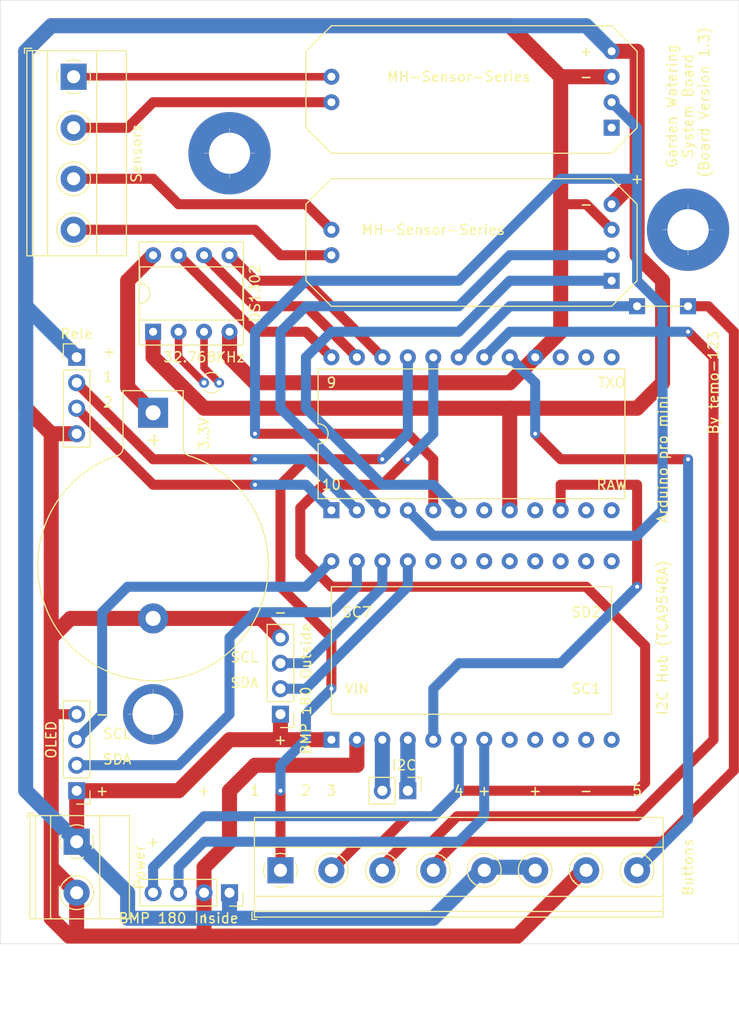
<source format=kicad_pcb>
(kicad_pcb (version 20221018) (generator pcbnew)
  (layers (0 "F.Cu" signal) (31 "B.Cu" signal) (34 "B.Paste" user) (35 "F.Paste" user) (36 "B.SilkS" user "B.Silkscreen") (37 "F.SilkS" user "F.Silkscreen") (38 "B.Mask" user) (39 "F.Mask" user) (44 "Edge.Cuts" user))
  (net 0 "")
  (footprint "" (layer "F.Cu") (at 86.36 76.2)
    (fp_text reference "" (at 0 0) (layer "F.SilkS") (effects (font (size 1.27 1.27))))
    (fp_text value "" (at 0 0) (layer "F.SilkS") (effects (font (size 1.27 1.27))))
    (pad "3" thru_hole oval (at 0 0 90) (size 1.6 1.6) (drill 0.8) (layers "*.Cu" "*.Mask"))
  )
  (footprint "" (layer "F.Cu") (at 66.04 76.2)
    (fp_text reference "" (at 0 0) (layer "F.SilkS") (effects (font (size 1.27 1.27))))
    (fp_text value "" (at 0 0) (layer "F.SilkS") (effects (font (size 1.27 1.27))))
    (pad "3" thru_hole oval (at 0 0 90) (size 1.6 1.6) (drill 0.8) (layers "*.Cu" "*.Mask"))
  )
  (footprint "" (layer "F.Cu") (at 63.5 30.48)
    (fp_text reference "" (at 0 0) (layer "F.SilkS") (effects (font (size 1.27 1.27))))
    (fp_text value "" (at 0 0) (layer "F.SilkS") (effects (font (size 1.27 1.27))))
    (pad "5" thru_hole oval (at 0 0 90) (size 1.6 1.6) (drill 0.8) (layers "*.Cu" "*.Mask"))
  )
  (footprint "" (layer "F.Cu") (at 73.66 76.2)
    (fp_text reference "" (at 0 0) (layer "F.SilkS") (effects (font (size 1.27 1.27))))
    (fp_text value "" (at 0 0) (layer "F.SilkS") (effects (font (size 1.27 1.27))))
    (pad "3" thru_hole oval (at 0 0 90) (size 1.6 1.6) (drill 0.8) (layers "*.Cu" "*.Mask"))
  )
  (footprint "TerminalBlock_Phoenix:TerminalBlock_Phoenix_MKDS-1,5-2-5.08_1x02_P5.08mm_Horizontal" (layer "F.Cu") (at 38.1 104.14 -90)
    (fp_text reference "Power" (at 2.54 -6.26 90) (layer "F.SilkS"))
    (fp_text value "Sensors")
    (pad "1" thru_hole rect (at 0 0 270) (size 2.6 2.6) (drill 1.3) (layers "*.Cu" "*.Mask"))
    (pad "2" thru_hole circle (at 5.08 0 270) (size 2.6 2.6) (drill 1.3) (layers "*.Cu" "*.Mask"))
  )
  (footprint "" (layer "F.Cu") (at 73.66 93.98)
    (fp_text reference "" (at 0 0) (layer "F.SilkS") (effects (font (size 1.27 1.27))))
    (fp_text value "" (at 0 0) (layer "F.SilkS") (effects (font (size 1.27 1.27))))
    (pad "3" thru_hole oval (at 0 0 90) (size 1.6 1.6) (drill 0.8) (layers "*.Cu" "*.Mask"))
  )
  (footprint "Connector_PinHeader_2.54mm:PinHeader_1x04_P2.54mm_Vertical" (layer "F.Cu") (at 38.1 55.88)
    (fp_text reference "Rele" (at 0 -2.33) (layer "F.SilkS"))
    (fp_text value "Rele")
    (pad "1" thru_hole rect (at 0 0) (size 1.7 1.7) (drill 1) (layers "*.Cu" "*.Mask"))
    (pad "2" thru_hole oval (at 0 2.54) (size 1.7 1.7) (drill 1) (layers "*.Cu" "*.Mask"))
    (pad "3" thru_hole oval (at 0 5.08) (size 1.7 1.7) (drill 1) (layers "*.Cu" "*.Mask"))
    (pad "4" thru_hole oval (at 0 7.62) (size 1.7 1.7) (drill 1) (layers "*.Cu" "*.Mask"))
  )
  (footprint "" (layer "F.Cu") (at 83.82 76.2)
    (fp_text reference "" (at 0 0) (layer "F.SilkS") (effects (font (size 1.27 1.27))))
    (fp_text value "" (at 0 0) (layer "F.SilkS") (effects (font (size 1.27 1.27))))
    (pad "3" thru_hole oval (at 0 0 90) (size 1.6 1.6) (drill 0.8) (layers "*.Cu" "*.Mask"))
  )
  (footprint "" (layer "F.Cu") (at 66.04 93.98)
    (fp_text reference "" (at 0 0) (layer "F.SilkS") (effects (font (size 1.27 1.27))))
    (fp_text value "" (at 0 0) (layer "F.SilkS") (effects (font (size 1.27 1.27))))
    (pad "3" thru_hole oval (at 0 0 90) (size 1.6 1.6) (drill 0.8) (layers "*.Cu" "*.Mask"))
  )
  (footprint "" (layer "F.Cu") (at 91.44 33.02)
    (fp_text reference "" (at 0 0) (layer "F.SilkS") (effects (font (size 1.27 1.27))))
    (fp_text value "" (at 0 0) (layer "F.SilkS") (effects (font (size 1.27 1.27))))
    (pad "1" thru_hole rect (at 0 0 90) (size 1.6 1.6) (drill 0.8) (layers "*.Cu" "*.Mask"))
  )
  (footprint "" (layer "F.Cu") (at 63.5 76.2)
    (fp_text reference "" (at 0 0) (layer "F.SilkS") (effects (font (size 1.27 1.27))))
    (fp_text value "" (at 0 0) (layer "F.SilkS") (effects (font (size 1.27 1.27))))
    (pad "3" thru_hole oval (at 0 0 90) (size 1.6 1.6) (drill 0.8) (layers "*.Cu" "*.Mask"))
  )
  (footprint "" (layer "F.Cu") (at 76.2 93.98)
    (fp_text reference "" (at 0 0) (layer "F.SilkS") (effects (font (size 1.27 1.27))))
    (fp_text value "" (at 0 0) (layer "F.SilkS") (effects (font (size 1.27 1.27))))
    (pad "3" thru_hole oval (at 0 0 90) (size 1.6 1.6) (drill 0.8) (layers "*.Cu" "*.Mask"))
  )
  (footprint "" (layer "F.Cu") (at 71.12 76.2)
    (fp_text reference "" (at 0 0) (layer "F.SilkS") (effects (font (size 1.27 1.27))))
    (fp_text value "" (at 0 0) (layer "F.SilkS") (effects (font (size 1.27 1.27))))
    (pad "3" thru_hole oval (at 0 0 90) (size 1.6 1.6) (drill 0.8) (layers "*.Cu" "*.Mask"))
  )
  (footprint "" (layer "F.Cu") (at 76.2 76.2)
    (fp_text reference "" (at 0 0) (layer "F.SilkS") (effects (font (size 1.27 1.27))))
    (fp_text value "" (at 0 0) (layer "F.SilkS") (effects (font (size 1.27 1.27))))
    (pad "3" thru_hole oval (at 0 0 90) (size 1.6 1.6) (drill 0.8) (layers "*.Cu" "*.Mask"))
  )
  (footprint "" (layer "F.Cu") (at 93.98 50.8)
    (fp_text reference "" (at 0 0) (layer "F.SilkS") (effects (font (size 1.27 1.27))))
    (fp_text value "" (at 0 0) (layer "F.SilkS") (effects (font (size 1.27 1.27))))
    (pad "1" thru_hole rect (at 0 0 90) (size 1.6 1.6) (drill 0.8) (layers "*.Cu" "*.Mask"))
  )
  (footprint "" (layer "F.Cu") (at 63.5 45.72)
    (fp_text reference "" (at 0 0) (layer "F.SilkS") (effects (font (size 1.27 1.27))))
    (fp_text value "" (at 0 0) (layer "F.SilkS") (effects (font (size 1.27 1.27))))
    (pad "5" thru_hole oval (at 0 0 90) (size 1.6 1.6) (drill 0.8) (layers "*.Cu" "*.Mask"))
  )
  (footprint "" (layer "F.Cu") (at 91.44 43.18)
    (fp_text reference "" (at 0 0) (layer "F.SilkS") (effects (font (size 1.27 1.27))))
    (fp_text value "" (at 0 0) (layer "F.SilkS") (effects (font (size 1.27 1.27))))
    (pad "3" thru_hole oval (at 0 0 90) (size 1.6 1.6) (drill 0.8) (layers "*.Cu" "*.Mask"))
  )
  (footprint "" (layer "F.Cu") (at 68.58 93.98)
    (fp_text reference "" (at 0 0) (layer "F.SilkS") (effects (font (size 1.27 1.27))))
    (fp_text value "" (at 0 0) (layer "F.SilkS") (effects (font (size 1.27 1.27))))
    (pad "3" thru_hole oval (at 0 0 90) (size 1.6 1.6) (drill 0.8) (layers "*.Cu" "*.Mask"))
  )
  (footprint "TerminalBlock_Phoenix:TerminalBlock_Phoenix_MKDS-1,5-4-5.08_1x04_P5.08mm_Horizontal" (layer "F.Cu") (at 37.795 27.94 -90)
    (fp_text reference "Sensors" (at 7.62 -6.26 90) (layer "F.SilkS"))
    (fp_text value "Sensors")
    (pad "1" thru_hole rect (at 0 0 270) (size 2.6 2.6) (drill 1.3) (layers "*.Cu" "*.Mask"))
    (pad "2" thru_hole circle (at 5.08 0 270) (size 2.6 2.6) (drill 1.3) (layers "*.Cu" "*.Mask"))
    (pad "3" thru_hole circle (at 10.16 0 270) (size 2.6 2.6) (drill 1.3) (layers "*.Cu" "*.Mask"))
    (pad "4" thru_hole circle (at 15.24 0 270) (size 2.6 2.6) (drill 1.3) (layers "*.Cu" "*.Mask"))
  )
  (footprint "" (layer "F.Cu") (at 91.44 45.72)
    (fp_text reference "" (at 0 0) (layer "F.SilkS") (effects (font (size 1.27 1.27))))
    (fp_text value "" (at 0 0) (layer "F.SilkS") (effects (font (size 1.27 1.27))))
    (pad "2" thru_hole oval (at 0 0 90) (size 1.6 1.6) (drill 0.8) (layers "*.Cu" "*.Mask"))
  )
  (footprint "" (layer "F.Cu") (at 91.44 27.94)
    (fp_text reference "" (at 0 0) (layer "F.SilkS") (effects (font (size 1.27 1.27))))
    (fp_text value "" (at 0 0) (layer "F.SilkS") (effects (font (size 1.27 1.27))))
    (pad "3" thru_hole oval (at 0 0 90) (size 1.6 1.6) (drill 0.8) (layers "*.Cu" "*.Mask"))
  )
  (footprint "" (layer "F.Cu") (at 71.12 93.98)
    (fp_text reference "" (at 0 0) (layer "F.SilkS") (effects (font (size 1.27 1.27))))
    (fp_text value "" (at 0 0) (layer "F.SilkS") (effects (font (size 1.27 1.27))))
    (pad "3" thru_hole oval (at 0 0 90) (size 1.6 1.6) (drill 0.8) (layers "*.Cu" "*.Mask"))
  )
  (footprint "" (layer "F.Cu") (at 63.5 93.98)
    (fp_text reference "" (at 0 0) (layer "F.SilkS") (effects (font (size 1.27 1.27))))
    (fp_text value "" (at 0 0) (layer "F.SilkS") (effects (font (size 1.27 1.27))))
    (pad "1" thru_hole rect (at 0 0 90) (size 1.6 1.6) (drill 0.8) (layers "*.Cu" "*.Mask"))
  )
  (footprint "" (layer "F.Cu") (at 88.9 76.2)
    (fp_text reference "" (at 0 0) (layer "F.SilkS") (effects (font (size 1.27 1.27))))
    (fp_text value "" (at 0 0) (layer "F.SilkS") (effects (font (size 1.27 1.27))))
    (pad "3" thru_hole oval (at 0 0 90) (size 1.6 1.6) (drill 0.8) (layers "*.Cu" "*.Mask"))
  )
  (footprint "" (layer "F.Cu") (at 91.44 76.2)
    (fp_text reference "" (at 0 0) (layer "F.SilkS") (effects (font (size 1.27 1.27))))
    (fp_text value "" (at 0 0) (layer "F.SilkS") (effects (font (size 1.27 1.27))))
    (pad "3" thru_hole oval (at 0 0 90) (size 1.6 1.6) (drill 0.8) (layers "*.Cu" "*.Mask"))
  )
  (footprint "Connector_PinSocket_2.54mm:PinSocket_1x04_P2.54mm_Vertical" (layer "F.Cu") (at 53.34 109.22 -90)
    (fp_text reference "BMP 180 Inside" (at 2.54 5.08 180) (layer "F.SilkS"))
    (fp_text value "PinSocket_1x04_P2.54mm_Vertical")
    (pad "1" thru_hole rect (at 0 0 270) (size 1.7 1.7) (drill 1) (layers "*.Cu" "*.Mask"))
    (pad "2" thru_hole oval (at 0 2.54 270) (size 1.7 1.7) (drill 1) (layers "*.Cu" "*.Mask"))
    (pad "3" thru_hole oval (at 0 5.08 270) (size 1.7 1.7) (drill 1) (layers "*.Cu" "*.Mask"))
    (pad "4" thru_hole oval (at 0 7.62 270) (size 1.7 1.7) (drill 1) (layers "*.Cu" "*.Mask"))
  )
  (footprint "Connector_PinHeader_2.54mm:PinHeader_1x04_P2.54mm_Vertical" (layer "F.Cu") (at 58.42 91.44 180)
    (fp_text reference "BMP 180 Outside" (at -2.54 2.54 90) (layer "F.SilkS"))
    (fp_text value "Outside termo sensor")
    (pad "1" thru_hole rect (at 0 0 180) (size 1.7 1.7) (drill 1) (layers "*.Cu" "*.Mask"))
    (pad "2" thru_hole oval (at 0 2.54 180) (size 1.7 1.7) (drill 1) (layers "*.Cu" "*.Mask"))
    (pad "3" thru_hole oval (at 0 5.08 180) (size 1.7 1.7) (drill 1) (layers "*.Cu" "*.Mask"))
    (pad "4" thru_hole oval (at 0 7.62 180) (size 1.7 1.7) (drill 1) (layers "*.Cu" "*.Mask"))
  )
  (footprint "" (layer "F.Cu") (at 81.28 76.2)
    (fp_text reference "" (at 0 0) (layer "F.SilkS") (effects (font (size 1.27 1.27))))
    (fp_text value "" (at 0 0) (layer "F.SilkS") (effects (font (size 1.27 1.27))))
    (pad "3" thru_hole oval (at 0 0 90) (size 1.6 1.6) (drill 0.8) (layers "*.Cu" "*.Mask"))
  )
  (footprint "Package_DIP:DIP-24_W15.24mm" (layer "F.Cu") (at 63.5 71.125 90)
    (fp_text reference "Arduino pro mini" (at 5.08 33.02 90) (layer "F.SilkS"))
    (fp_text value "Arduino mini")
    (pad "1" thru_hole rect (at 0 0 90) (size 1.6 1.6) (drill 0.8) (layers "*.Cu" "*.Mask"))
    (pad "2" thru_hole oval (at 0 2.54 90) (size 1.6 1.6) (drill 0.8) (layers "*.Cu" "*.Mask"))
    (pad "3" thru_hole oval (at 0 5.08 90) (size 1.6 1.6) (drill 0.8) (layers "*.Cu" "*.Mask"))
    (pad "4" thru_hole oval (at 0 7.62 90) (size 1.6 1.6) (drill 0.8) (layers "*.Cu" "*.Mask"))
    (pad "5" thru_hole oval (at 0 10.16 90) (size 1.6 1.6) (drill 0.8) (layers "*.Cu" "*.Mask"))
    (pad "6" thru_hole oval (at 0 12.7 90) (size 1.6 1.6) (drill 0.8) (layers "*.Cu" "*.Mask"))
    (pad "7" thru_hole oval (at 0 15.24 90) (size 1.6 1.6) (drill 0.8) (layers "*.Cu" "*.Mask"))
    (pad "8" thru_hole oval (at 0 17.78 90) (size 1.6 1.6) (drill 0.8) (layers "*.Cu" "*.Mask"))
    (pad "9" thru_hole oval (at 0 20.32 90) (size 1.6 1.6) (drill 0.8) (layers "*.Cu" "*.Mask"))
    (pad "10" thru_hole oval (at 0 22.86 90) (size 1.6 1.6) (drill 0.8) (layers "*.Cu" "*.Mask"))
    (pad "11" thru_hole oval (at 0 25.4 90) (size 1.6 1.6) (drill 0.8) (layers "*.Cu" "*.Mask"))
    (pad "12" thru_hole oval (at 0 27.94 90) (size 1.6 1.6) (drill 0.8) (layers "*.Cu" "*.Mask"))
    (pad "13" thru_hole oval (at 15.24 27.94 90) (size 1.6 1.6) (drill 0.8) (layers "*.Cu" "*.Mask"))
    (pad "14" thru_hole oval (at 15.24 25.4 90) (size 1.6 1.6) (drill 0.8) (layers "*.Cu" "*.Mask"))
    (pad "15" thru_hole oval (at 15.24 22.86 90) (size 1.6 1.6) (drill 0.8) (layers "*.Cu" "*.Mask"))
    (pad "16" thru_hole oval (at 15.24 20.32 90) (size 1.6 1.6) (drill 0.8) (layers "*.Cu" "*.Mask"))
    (pad "17" thru_hole oval (at 15.24 17.78 90) (size 1.6 1.6) (drill 0.8) (layers "*.Cu" "*.Mask"))
    (pad "18" thru_hole oval (at 15.24 15.24 90) (size 1.6 1.6) (drill 0.8) (layers "*.Cu" "*.Mask"))
    (pad "19" thru_hole oval (at 15.24 12.7 90) (size 1.6 1.6) (drill 0.8) (layers "*.Cu" "*.Mask"))
    (pad "20" thru_hole oval (at 15.24 10.16 90) (size 1.6 1.6) (drill 0.8) (layers "*.Cu" "*.Mask"))
    (pad "21" thru_hole oval (at 15.24 7.62 90) (size 1.6 1.6) (drill 0.8) (layers "*.Cu" "*.Mask"))
    (pad "22" thru_hole oval (at 15.24 5.08 90) (size 1.6 1.6) (drill 0.8) (layers "*.Cu" "*.Mask"))
    (pad "23" thru_hole oval (at 15.24 2.54 90) (size 1.6 1.6) (drill 0.8) (layers "*.Cu" "*.Mask"))
    (pad "24" thru_hole oval (at 15.24 0 90) (size 1.6 1.6) (drill 0.8) (layers "*.Cu" "*.Mask"))
  )
  (footprint "TerminalBlock_Phoenix:TerminalBlock_Phoenix_MKDS-1,5-8-5.08_1x08_P5.08mm_Horizontal" (layer "F.Cu") (at 58.42 106.985)
    (fp_text reference "Buttons" (at 40.64 -0.305 90) (layer "F.SilkS"))
    (fp_text value "Buttons")
    (pad "1" thru_hole rect (at 0 0) (size 2.6 2.6) (drill 1.3) (layers "*.Cu" "*.Mask"))
    (pad "2" thru_hole circle (at 5.08 0) (size 2.6 2.6) (drill 1.3) (layers "*.Cu" "*.Mask"))
    (pad "3" thru_hole circle (at 10.16 0) (size 2.6 2.6) (drill 1.3) (layers "*.Cu" "*.Mask"))
    (pad "4" thru_hole circle (at 15.24 0) (size 2.6 2.6) (drill 1.3) (layers "*.Cu" "*.Mask"))
    (pad "5" thru_hole circle (at 20.32 0) (size 2.6 2.6) (drill 1.3) (layers "*.Cu" "*.Mask"))
    (pad "6" thru_hole circle (at 25.4 0) (size 2.6 2.6) (drill 1.3) (layers "*.Cu" "*.Mask"))
    (pad "7" thru_hole circle (at 30.48 0) (size 2.6 2.6) (drill 1.3) (layers "*.Cu" "*.Mask"))
    (pad "8" thru_hole circle (at 35.56 0) (size 2.6 2.6) (drill 1.3) (layers "*.Cu" "*.Mask"))
  )
  (footprint "" (layer "F.Cu") (at 78.74 76.2)
    (fp_text reference "" (at 0 0) (layer "F.SilkS") (effects (font (size 1.27 1.27))))
    (fp_text value "" (at 0 0) (layer "F.SilkS") (effects (font (size 1.27 1.27))))
    (pad "3" thru_hole oval (at 0 0 90) (size 1.6 1.6) (drill 0.8) (layers "*.Cu" "*.Mask"))
  )
  (footprint "" (layer "F.Cu") (at 78.74 93.98)
    (fp_text reference "" (at 0 0) (layer "F.SilkS") (effects (font (size 1.27 1.27))))
    (fp_text value "" (at 0 0) (layer "F.SilkS") (effects (font (size 1.27 1.27))))
    (pad "3" thru_hole oval (at 0 0 90) (size 1.6 1.6) (drill 0.8) (layers "*.Cu" "*.Mask"))
  )
  (footprint "Crystal:Crystal_DS10_D1.0mm_L4.3mm_Vertical" (layer "F.Cu") (at 50.8 58.42)
    (fp_text reference "32.768KHz" (at 0 -2.54 180) (layer "F.SilkS"))
    (fp_text value " ")
    (pad "1" thru_hole circle (at 0 0) (size 1 1) (drill 0.5) (layers "*.Cu" "*.Mask"))
    (pad "2" thru_hole circle (at 1.5 0) (size 1 1) (drill 0.5) (layers "*.Cu" "*.Mask"))
  )
  (footprint "" (layer "F.Cu") (at 81.28 93.98)
    (fp_text reference "" (at 0 0) (layer "F.SilkS") (effects (font (size 1.27 1.27))))
    (fp_text value "" (at 0 0) (layer "F.SilkS") (effects (font (size 1.27 1.27))))
    (pad "3" thru_hole oval (at 0 0 90) (size 1.6 1.6) (drill 0.8) (layers "*.Cu" "*.Mask"))
  )
  (footprint "Connector_PinHeader_2.54mm:PinHeader_1x02_P2.54mm_Vertical" (layer "F.Cu") (at 71.12 99.06 -90)
    (fp_text reference "I2C " (at -2.54 0 180) (layer "F.SilkS"))
    (fp_text value "I2C")
    (pad "1" thru_hole rect (at 0 0 270) (size 1.7 1.7) (drill 1) (layers "*.Cu" "*.Mask"))
    (pad "2" thru_hole oval (at 0 2.54 270) (size 1.7 1.7) (drill 1) (layers "*.Cu" "*.Mask"))
  )
  (footprint "" (layer "F.Cu") (at 63.5 27.94)
    (fp_text reference "" (at 0 0) (layer "F.SilkS") (effects (font (size 1.27 1.27))))
    (fp_text value "" (at 0 0) (layer "F.SilkS") (effects (font (size 1.27 1.27))))
    (pad "6" thru_hole oval (at 0 0 90) (size 1.6 1.6) (drill 0.8) (layers "*.Cu" "*.Mask"))
  )
  (footprint "" (layer "F.Cu") (at 68.58 76.2)
    (fp_text reference "" (at 0 0) (layer "F.SilkS") (effects (font (size 1.27 1.27))))
    (fp_text value "" (at 0 0) (layer "F.SilkS") (effects (font (size 1.27 1.27))))
    (pad "3" thru_hole oval (at 0 0 90) (size 1.6 1.6) (drill 0.8) (layers "*.Cu" "*.Mask"))
  )
  (footprint "" (layer "F.Cu") (at 88.9 93.98)
    (fp_text reference "" (at 0 0) (layer "F.SilkS") (effects (font (size 1.27 1.27))))
    (fp_text value "" (at 0 0) (layer "F.SilkS") (effects (font (size 1.27 1.27))))
    (pad "3" thru_hole oval (at 0 0 90) (size 1.6 1.6) (drill 0.8) (layers "*.Cu" "*.Mask"))
  )
  (footprint "Battery:BatteryHolder_Keystone_103_1x20mm" (layer "F.Cu") (at 45.72 61.407584 -90)
    (fp_text reference "3.3V" (at 2.092416 -5.08 90) (layer "F.SilkS"))
    (fp_text value "3.3v (CR2025)")
    (fp_text user "+" (at 2.75 0 90) (layer "F.SilkS") (effects (font (size 1.5 1.5))))
    (pad "1" thru_hole rect (at 0 0 270) (size 3 3) (drill 1.5) (layers "*.Cu" "*.Mask"))
    (pad "2" thru_hole circle (at 20.49 0 270) (size 3 3) (drill 1.5) (layers "*.Cu" "*.Mask"))
  )
  (footprint "Connector_PinHeader_2.54mm:PinHeader_1x04_P2.54mm_Vertical" (layer "F.Cu") (at 38.1 99.06 180)
    (fp_text reference "OLED" (at 2.54 5.08 90) (layer "F.SilkS"))
    (fp_text value "oled")
    (pad "1" thru_hole rect (at 0 0 180) (size 1.7 1.7) (drill 1) (layers "*.Cu" "*.Mask"))
    (pad "2" thru_hole oval (at 0 2.54 180) (size 1.7 1.7) (drill 1) (layers "*.Cu" "*.Mask"))
    (pad "3" thru_hole oval (at 0 5.08 180) (size 1.7 1.7) (drill 1) (layers "*.Cu" "*.Mask"))
    (pad "4" thru_hole oval (at 0 7.62 180) (size 1.7 1.7) (drill 1) (layers "*.Cu" "*.Mask"))
  )
  (footprint "" (layer "F.Cu") (at 91.44 25.4)
    (fp_text reference "" (at 0 0) (layer "F.SilkS") (effects (font (size 1.27 1.27))))
    (fp_text value "" (at 0 0) (layer "F.SilkS") (effects (font (size 1.27 1.27))))
    (pad "4" thru_hole oval (at 0 0 90) (size 1.6 1.6) (drill 0.8) (layers "*.Cu" "*.Mask"))
  )
  (footprint "" (layer "F.Cu") (at 86.36 93.98)
    (fp_text reference "" (at 0 0) (layer "F.SilkS") (effects (font (size 1.27 1.27))))
    (fp_text value "" (at 0 0) (layer "F.SilkS") (effects (font (size 1.27 1.27))))
    (pad "3" thru_hole oval (at 0 0 90) (size 1.6 1.6) (drill 0.8) (layers "*.Cu" "*.Mask"))
  )
  (footprint "Package_DIP:DIP-8_W7.62mm_Socket" (layer "F.Cu") (at 45.72 53.34 90)
    (fp_text reference "DS1302" (at 3.81 10.16 90) (layer "F.SilkS"))
    (fp_text value "Socket for DS1302")
    (pad "1" thru_hole rect (at 0 0 90) (size 1.6 1.6) (drill 0.8) (layers "*.Cu" "*.Mask"))
    (pad "2" thru_hole oval (at 0 2.54 90) (size 1.6 1.6) (drill 0.8) (layers "*.Cu" "*.Mask"))
    (pad "3" thru_hole oval (at 0 5.08 90) (size 1.6 1.6) (drill 0.8) (layers "*.Cu" "*.Mask"))
    (pad "4" thru_hole oval (at 0 7.62 90) (size 1.6 1.6) (drill 0.8) (layers "*.Cu" "*.Mask"))
    (pad "5" thru_hole oval (at 7.62 7.62 90) (size 1.6 1.6) (drill 0.8) (layers "*.Cu" "*.Mask"))
    (pad "6" thru_hole oval (at 7.62 5.08 90) (size 1.6 1.6) (drill 0.8) (layers "*.Cu" "*.Mask"))
    (pad "7" thru_hole oval (at 7.62 2.54 90) (size 1.6 1.6) (drill 0.8) (layers "*.Cu" "*.Mask"))
    (pad "8" thru_hole oval (at 7.62 0 90) (size 1.6 1.6) (drill 0.8) (layers "*.Cu" "*.Mask"))
  )
  (footprint "" (layer "F.Cu") (at 83.82 93.98)
    (fp_text reference "" (at 0 0) (layer "F.SilkS") (effects (font (size 1.27 1.27))))
    (fp_text value "" (at 0 0) (layer "F.SilkS") (effects (font (size 1.27 1.27))))
    (pad "3" thru_hole oval (at 0 0 90) (size 1.6 1.6) (drill 0.8) (layers "*.Cu" "*.Mask"))
  )
  (footprint "" (layer "F.Cu") (at 91.44 93.98)
    (fp_text reference "" (at 0 0) (layer "F.SilkS") (effects (font (size 1.27 1.27))))
    (fp_text value "" (at 0 0) (layer "F.SilkS") (effects (font (size 1.27 1.27))))
    (pad "3" thru_hole oval (at 0 0 90) (size 1.6 1.6) (drill 0.8) (layers "*.Cu" "*.Mask"))
  )
  (footprint "" (layer "F.Cu") (at 91.44 30.48)
    (fp_text reference "" (at 0 0) (layer "F.SilkS") (effects (font (size 1.27 1.27))))
    (fp_text value "" (at 0 0) (layer "F.SilkS") (effects (font (size 1.27 1.27))))
    (pad "2" thru_hole oval (at 0 0 90) (size 1.6 1.6) (drill 0.8) (layers "*.Cu" "*.Mask"))
  )
  (footprint "" (layer "F.Cu") (at 99.06 50.8)
    (fp_text reference "" (at 0 0) (layer "F.SilkS") (effects (font (size 1.27 1.27))))
    (fp_text value "" (at 0 0) (layer "F.SilkS") (effects (font (size 1.27 1.27))))
    (pad "1" thru_hole rect (at 0 0 90) (size 1.6 1.6) (drill 0.8) (layers "*.Cu" "*.Mask"))
  )
  (footprint "" (layer "F.Cu") (at 63.5 43.18)
    (fp_text reference "" (at 0 0) (layer "F.SilkS") (effects (font (size 1.27 1.27))))
    (fp_text value "" (at 0 0) (layer "F.SilkS") (effects (font (size 1.27 1.27))))
    (pad "6" thru_hole oval (at 0 0 90) (size 1.6 1.6) (drill 0.8) (layers "*.Cu" "*.Mask"))
  )
  (footprint "" (layer "F.Cu") (at 91.44 48.26)
    (fp_text reference "" (at 0 0) (layer "F.SilkS") (effects (font (size 1.27 1.27))))
    (fp_text value "" (at 0 0) (layer "F.SilkS") (effects (font (size 1.27 1.27))))
    (pad "1" thru_hole rect (at 0 0 90) (size 1.6 1.6) (drill 0.8) (layers "*.Cu" "*.Mask"))
  )
  (footprint "" (layer "F.Cu") (at 91.44 40.64)
    (fp_text reference "" (at 0 0) (layer "F.SilkS") (effects (font (size 1.27 1.27))))
    (fp_text value "" (at 0 0) (layer "F.SilkS") (effects (font (size 1.27 1.27))))
    (pad "4" thru_hole oval (at 0 0 90) (size 1.6 1.6) (drill 0.8) (layers "*.Cu" "*.Mask"))
  )
  (gr_circle (center 43.18 53.34) (end 43.18 53.34) (stroke (width 0.2)) (fill none) (layer "F.Cu"))
  (gr_line (start 93.98 50.8) (end 99.06 50.8) (stroke (width 0.12)) (layer "F.SilkS"))
  (gr_line (start 91.44 38.1) (end 93.98 40.64) (stroke (width 0.12)) (layer "F.SilkS"))
  (gr_line (start 91.44 50.8) (end 63.5 50.8) (stroke (width 0.12)) (layer "F.SilkS"))
  (gr_line (start 91.44 22.86) (end 63.5 22.86) (stroke (width 0.12)) (layer "F.SilkS"))
  (gr_line (start 60.96 33.02) (end 63.5 35.56) (stroke (width 0.12)) (layer "F.SilkS"))
  (gr_line (start 93.98 40.64) (end 93.98 48.26) (stroke (width 0.12)) (layer "F.SilkS"))
  (gr_line (start 93.98 25.4) (end 91.44 22.86) (stroke (width 0.12)) (layer "F.SilkS"))
  (gr_line (start 93.98 48.26) (end 91.44 50.8) (stroke (width 0.12)) (layer "F.SilkS"))
  (gr_line (start 63.5 50.8) (end 60.96 48.26) (stroke (width 0.12)) (layer "F.SilkS"))
  (gr_line (start 60.96 48.26) (end 60.96 40.64) (stroke (width 0.12)) (layer "F.SilkS"))
  (gr_line (start 63.5 38.1) (end 91.44 38.1) (stroke (width 0.12)) (layer "F.SilkS"))
  (gr_line (start 91.44 35.56) (end 93.98 33.02) (stroke (width 0.12)) (layer "F.SilkS"))
  (gr_line (start 93.98 33.02) (end 93.98 25.4) (stroke (width 0.12)) (layer "F.SilkS"))
  (gr_rect (start 63.5 78.74) (end 91.44 91.44) (stroke (width 0.12)) (fill none) (layer "F.SilkS"))
  (gr_line (start 63.5 35.56) (end 91.44 35.56) (stroke (width 0.12)) (layer "F.SilkS"))
  (gr_line (start 60.96 40.64) (end 63.5 38.1) (stroke (width 0.12)) (layer "F.SilkS"))
  (gr_line (start 60.96 25.4) (end 60.96 33.02) (stroke (width 0.12)) (layer "F.SilkS"))
  (gr_line (start 63.5 22.86) (end 60.96 25.4) (stroke (width 0.12)) (layer "F.SilkS"))
  (gr_line (start 104.14 20.32) (end 104.14 114.3) (stroke (width 0.05)) (layer "Edge.Cuts"))
  (gr_line (start 104.14 114.3) (end 30.48 114.3) (stroke (width 0.05)) (layer "Edge.Cuts"))
  (gr_line (start 30.48 114.3) (end 30.48 20.32) (stroke (width 0.05)) (layer "Edge.Cuts"))
  (gr_line (start 30.48 20.32) (end 104.14 20.32) (stroke (width 0.05)) (layer "Edge.Cuts"))
  (gr_text "-" (at 88.9 99.06) (layer "F.SilkS") (effects (font (size 1 1))))
  (gr_text "4" (at 76.2 99.06) (layer "F.SilkS") (effects (font (size 1 1))))
  (gr_text "+" (at 50.8 99.06) (layer "F.SilkS") (effects (font (size 1 1))))
  (gr_text "1\n" (at 40.64 58.42) (layer "F.SilkS") (effects (font (size 1 1)) (justify left bottom)))
  (gr_text "+" (at 58.42 93.98) (layer "F.SilkS") (effects (font (size 1 1))))
  (gr_text "+" (at 83.82 99.06) (layer "F.SilkS") (effects (font (size 1 1))))
  (gr_text "SDA" (at 53.34 88.9) (layer "F.SilkS") (effects (font (size 1 1)) (justify left bottom)))
  (gr_text "MH-Sensor-Series" (at 76.2 27.94) (layer "F.SilkS") (effects (font (size 1 1))))
  (gr_text "+" (at 93.98 38.1) (layer "F.SilkS") (effects (font (size 1 1))))
  (gr_text "1" (at 55.88 99.06) (layer "F.SilkS") (effects (font (size 1 1))))
  (gr_text "-" (at 40.64 63.5) (layer "F.SilkS") (effects (font (size 1 1)) (justify left bottom)))
  (gr_text "-" (at 45.72 109.22 90) (layer "F.SilkS") (effects (font (size 1 1))))
  (gr_text "5" (at 93.98 99.06) (layer "F.SilkS") (effects (font (size 1 1))))
  (gr_text "SDA" (at 40.64 96.52) (layer "F.SilkS") (effects (font (size 1 1)) (justify left bottom)))
  (gr_text "I2C Hub (TCA9548A)" (at 96.52 83.82 90) (layer "F.SilkS") (effects (font (size 1 1))))
  (gr_text "-" (at 88.9 27.94) (layer "F.SilkS") (effects (font (size 1 1))))
  (gr_text "-" (at 88.9 40.64) (layer "F.SilkS") (effects (font (size 1 1))))
  (gr_text "2" (at 60.96 99.06) (layer "F.SilkS") (effects (font (size 1 1))))
  (gr_text "+" (at 40.64 55.88) (layer "F.SilkS") (effects (font (size 1 1)) (justify left bottom)))
  (gr_text "-" (at 40.64 91.44) (layer "F.SilkS") (effects (font (size 1 1))))
  (gr_text "2\n" (at 40.64 60.96) (layer "F.SilkS") (effects (font (size 1 1)) (justify left bottom)))
  (gr_text "Garden Watering \nSystem Board \n(Board Version 1.3)" (at 99.06 30.48 90) (layer "F.SilkS") (effects (font (size 1 1))))
  (gr_text "9" (at 63.5 58.42) (layer "F.SilkS") (effects (font (size 1 1))))
  (gr_text "SC7" (at 66.04 81.28) (layer "F.SilkS") (effects (font (size 1 1))))
  (gr_text "SCL" (at 40.64 93.98) (layer "F.SilkS") (effects (font (size 1 1)) (justify left bottom)))
  (gr_text "+" (at 40.64 99.06) (layer "F.SilkS") (effects (font (size 1 1))))
  (gr_text "SCL\n" (at 53.34 86.36) (layer "F.SilkS") (effects (font (size 1 1)) (justify left bottom)))
  (gr_text "RAW\n" (at 91.44 68.58) (layer "F.SilkS") (effects (font (size 1 1))))
  (gr_text "SD2" (at 88.9 81.28) (layer "F.SilkS") (effects (font (size 1 1))))
  (gr_text "10" (at 63.5 68.58) (layer "F.SilkS") (effects (font (size 1 1))))
  (gr_text "3" (at 63.5 99.06) (layer "F.SilkS") (effects (font (size 1 1))))
  (gr_text "-" (at 58.42 81.28) (layer "F.SilkS") (effects (font (size 1 1))))
  (gr_text "+" (at 45.72 104.14) (layer "F.SilkS") (effects (font (size 1 1))))
  (gr_text "+" (at 88.9 25.4) (layer "F.SilkS") (effects (font (size 1 1))))
  (gr_text "+" (at 78.74 99.06) (layer "F.SilkS") (effects (font (size 1 1))))
  (gr_text "TXO" (at 91.44 58.42) (layer "F.SilkS") (effects (font (size 1 1))))
  (gr_text "SC1\n" (at 88.9 88.9) (layer "F.SilkS") (effects (font (size 1 1))))
  (gr_text "By temo-123" (at 101.6 58.42 90) (layer "F.SilkS") (effects (font (size 1 1))))
  (gr_text "VIN" (at 66.04 88.9) (layer "F.SilkS") (effects (font (size 1 1))))
  (gr_text "-" (at 50.8 111.76 90) (layer "F.SilkS") (effects (font (size 1 1))))
  (gr_text "MH-Sensor-Series" (at 73.66 43.18) (layer "F.SilkS") (effects (font (size 1 1))))
  (target plus (at 53.34 35.56) (size 5) (width 0.05) (layer "Edge.Cuts"))
  (target plus (at 99.06 43.18) (size 5) (width 0.05) (layer "Edge.Cuts"))
  (target plus (at 45.72 91.44) (size 5) (width 0.05) (layer "Edge.Cuts"))
  (segment (start 66.345 104.14) (end 63.5 106.985) (width 1) (layer "F.Cu") (net 0))
  (segment (start 35.56 83.82) (end 35.56 91.44) (width 1.5) (layer "F.Cu") (net 0))
  (segment (start 93.98 38.1) (end 93.98 45.72) (width 1.5) (layer "F.Cu") (net 0))
  (segment (start 53.34 104.14) (end 53.34 99.06) (width 1.5) (layer "F.Cu") (net 0))
  (segment (start 68.58 68.58) (end 62.70804 68.58) (width 1) (layer "F.Cu") (net 0))
  (segment (start 55.88 48.26) (end 60.96 48.26) (width 1) (layer "F.Cu") (net 0))
  (segment (start 48.26 40.64) (end 60.96 40.64) (width 1) (layer "F.Cu") (net 0))
  (segment (start 73.42 106.68) (end 75.96 104.14) (width 1) (layer "F.Cu") (net 0))
  (segment (start 88.9 40.64) (end 86.36 40.64) (width 1) (layer "F.Cu") (net 0))
  (segment (start 43.18 48.26) (end 45.72 45.72) (width 1.5) (layer "F.Cu") (net 0))
  (segment (start 50.8 109.22) (end 50.8 106.68) (width 1.5) (layer "F.Cu") (net 0))
  (segment (start 103.63 53.34) (end 101.09 50.8) (width 1) (layer "F.Cu") (net 0))
  (segment (start 55.88 68.58) (end 45.72 68.58) (width 1) (layer "F.Cu") (net 0))
  (segment (start 91.44 40.64) (end 93.98 38.1) (width 1.5) (layer "F.Cu") (net 0))
  (segment (start 73.5 104.14) (end 76.04 101.6) (width 1) (layer "F.Cu") (net 0))
  (segment (start 96.52 104.14) (end 103.63 97.03) (width 1) (layer "F.Cu") (net 0))
  (segment (start 86.36 53.34) (end 86.36 40.64) (width 1.5) (layer "F.Cu") (net 0))
  (segment (start 82.04 113.54) (end 86.36 109.22) (width 1.5) (layer "F.Cu") (net 0))
  (segment (start 63.5 30.48) (end 45.72 30.48) (width 1) (layer "F.Cu") (net 0))
  (segment (start 60.96 48.26) (end 68.58 55.88) (width 1) (layer "F.Cu") (net 0))
  (segment (start 48.26 99.06) (end 53.34 93.98) (width 1.5) (layer "F.Cu") (net 0))
  (segment (start 45.72 81.897584) (end 37.482416 81.897584) (width 1.5) (layer "F.Cu") (net 0))
  (segment (start 43.18 33.02) (end 37.795 33.02) (width 1) (layer "F.Cu") (net 0))
  (segment (start 93.98 68.58) (end 86.36 68.58) (width 1) (layer "F.Cu") (net 0))
  (segment (start 81.28 60.96) (end 50.8 60.96) (width 1.5) (layer "F.Cu") (net 0))
  (segment (start 60.4 70.88804) (end 60.4 75.64) (width 1) (layer "F.Cu") (net 0))
  (segment (start 60.4 75.64) (end 63.5 78.74) (width 1) (layer "F.Cu") (net 0))
  (segment (start 81.28 22.86) (end 83.82 25.4) (width 1.5) (layer "F.Cu") (net 0))
  (segment (start 35.56 106.68) (end 38.1 109.22) (width 1.5) (layer "F.Cu") (net 0))
  (segment (start 50.8 113.54) (end 38.1 113.54) (width 1.5) (layer "F.Cu") (net 0))
  (segment (start 93.98 45.72) (end 96.52 48.26) (width 1.5) (layer "F.Cu") (net 0))
  (segment (start 81.28 60.96) (end 81.28 71.125) (width 1.5) (layer "F.Cu") (net 0))
  (segment (start 58.42 93.98) (end 58.42 91.44) (width 1.5) (layer "F.Cu") (net 0))
  (segment (start 66.04 96.52) (end 66.04 93.98) (width 1.5) (layer "F.Cu") (net 0))
  (segment (start 94.78 84.62) (end 94.78 98.26) (width 1) (layer "F.Cu") (net 0))
  (segment (start 53.34 55.88) (end 55.88 58.42) (width 1.5) (layer "F.Cu") (net 0))
  (segment (start 94.78 98.26) (end 93.98 99.06) (width 1) (layer "F.Cu") (net 0))
  (segment (start 45.72 66.04) (end 38.1 58.42) (width 1) (layer "F.Cu") (net 0))
  (segment (start 45.72 81.897584) (end 56.497584 81.897584) (width 1.5) (layer "F.Cu") (net 0))
  (segment (start 86.36 68.58) (end 86.36 71.125) (width 1) (layer "F.Cu") (net 0))
  (segment (start 48.26 55.88) (end 48.26 53.34) (width 0.75) (layer "F.Cu") (net 0))
  (segment (start 53.34 99.06) (end 55.88 96.52) (width 1.5) (layer "F.Cu") (net 0))
  (segment (start 50.8 113.54) (end 53.34 113.54) (width 1.5) (layer "F.Cu") (net 0))
  (segment (start 35.56 91.44) (end 38.1 91.44) (width 1) (layer "F.Cu") (net 0))
  (segment (start 86.36 66.04) (end 83.82 63.5) (width 1) (layer "F.Cu") (net 0))
  (segment (start 58.42 68.58) (end 58.42 78.74) (width 1) (layer "F.Cu") (net 0))
  (segment (start 91.44 60.965) (end 91.44 60.96) (width 1) (layer "F.Cu") (net 0))
  (segment (start 35.56 22.86) (end 81.28 22.86) (width 1.5) (layer "F.Cu") (net 0))
  (segment (start 55.88 43.18) (end 58.42 45.72) (width 1) (layer "F.Cu") (net 0))
  (segment (start 93.98 38.1) (end 93.98 25.4) (width 1.5) (layer "F.Cu") (net 0))
  (segment (start 52.3 58.42) (end 50.8 56.92) (width 0.75) (layer "F.Cu") (net 0))
  (segment (start 58.42 45.72) (end 63.5 45.72) (width 1) (layer "F.Cu") (net 0))
  (segment (start 62.70804 68.58) (end 60.4 70.88804) (width 1) (layer "F.Cu") (net 0))
  (segment (start 71.12 66.04) (end 68.58 68.58) (width 1) (layer "F.Cu") (net 0))
  (segment (start 96.52 99.06) (end 101.6 93.98) (width 1) (layer "F.Cu") (net 0))
  (segment (start 35.56 111.76) (end 35.56 106.68) (width 1.5) (layer "F.Cu") (net 0))
  (segment (start 50.8 113.54) (end 50.8 109.22) (width 1.5) (layer "F.Cu") (net 0))
  (segment (start 73.66 101.6) (end 71.12 101.6) (width 1) (layer "F.Cu") (net 0))
  (segment (start 43.18 58.867584) (end 45.72 61.407584) (width 1.5) (layer "F.Cu") (net 0))
  (segment (start 45.102416 81.28) (end 45.72 81.897584) (width 1) (layer "F.Cu") (net 0))
  (segment (start 60.96 53.34) (end 63.5 55.88) (width 1) (layer "F.Cu") (net 0))
  (segment (start 93.98 99.06) (end 76.2 99.06) (width 1) (layer "F.Cu") (net 0))
  (segment (start 71.12 63.5) (end 55.88 63.5) (width 1) (layer "F.Cu") (net 0))
  (segment (start 86.36 109.22) (end 88.9 106.68) (width 1.5) (layer "F.Cu") (net 0))
  (segment (start 71.12 101.6) (end 68.58 104.14) (width 1) (layer "F.Cu") (net 0))
  (segment (start 55.88 58.42) (end 81.28 58.42) (width 1.5) (layer "F.Cu") (net 0))
  (segment (start 75.96 104.14) (end 96.52 104.14) (width 1) (layer "F.Cu") (net 0))
  (segment (start 91.44 66.04) (end 99.06 66.04) (width 1) (layer "F.Cu") (net 0))
  (segment (start 53.34 113.54) (end 82.04 113.54) (width 1.5) (layer "F.Cu") (net 0))
  (segment (start 45.72 30.48) (end 43.18 33.02) (width 1) (layer "F.Cu") (net 0))
  (segment (start 60.96 50.8) (end 66.04 55.88) (width 1) (layer "F.Cu") (net 0))
  (segment (start 38.1 99.06) (end 48.26 99.06) (width 1.5) (layer "F.Cu") (net 0))
  (segment (start 91.44 43.18) (end 88.9 40.64) (width 1) (layer "F.Cu") (net 0))
  (segment (start 76.04 101.6) (end 93.98 101.6) (width 1) (layer "F.Cu") (net 0))
  (segment (start 48.26 40.64) (end 45.72 38.1) (width 1) (layer "F.Cu") (net 0))
  (segment (start 86.36 27.94) (end 83.82 25.4) (width 1.5) (layer "F.Cu") (net 0))
  (segment (start 88.9 78.74) (end 94.78 84.62) (width 1) (layer "F.Cu") (net 0))
  (segment (start 56.497584 81.897584) (end 58.42 83.82) (width 1.5) (layer "F.Cu") (net 0))
  (segment (start 35.56 63.5) (end 35.56 83.82) (width 1.5) (layer "F.Cu") (net 0))
  (segment (start 33.02 25.4) (end 35.56 22.86) (width 1.5) (layer "F.Cu") (net 0))
  (segment (start 50.8 60.96) (end 45.72 55.88) (width 1.5) (layer "F.Cu") (net 0))
  (segment (start 93.98 101.6) (end 96.52 99.06) (width 1) (layer "F.Cu") (net 0))
  (segment (start 45.72 55.88) (end 45.72 53.34) (width 1.5) (layer "F.Cu") (net 0))
  (segment (start 76.2 99.06) (end 73.66 101.6) (width 1) (layer "F.Cu") (net 0))
  (segment (start 86.36 40.64) (end 86.36 27.94) (width 1.5) (layer "F.Cu") (net 0))
  (segment (start 50.8 45.72) (end 55.88 50.8) (width 1) (layer "F.Cu") (net 0))
  (segment (start 63.5 83.82) (end 63.5 88.9) (width 1) (layer "F.Cu") (net 0))
  (segment (start 55.88 66.04) (end 45.72 66.04) (width 1) (layer "F.Cu") (net 0))
  (segment (start 45.72 38.1) (end 37.795 38.1) (width 1) (layer "F.Cu") (net 0))
  (segment (start 68.58 66.04) (end 60.96 66.04) (width 1) (layer "F.Cu") (net 0))
  (segment (start 93.98 78.74) (end 93.98 68.58) (width 1) (layer "F.Cu") (net 0))
  (segment (start 38.1 113.54) (end 38.1 109.22) (width 1.5) (layer "F.Cu") (net 0))
  (segment (start 55.88 96.52) (end 66.04 96.52) (width 1.5) (layer "F.Cu") (net 0))
  (segment (start 37.482416 81.897584) (end 35.56 83.82) (width 1.5) (layer "F.Cu") (net 0))
  (segment (start 37.34 113.54) (end 35.56 111.76) (width 1.5) (layer "F.Cu") (net 0))
  (segment (start 55.88 50.8) (end 60.96 50.8) (width 1) (layer "F.Cu") (net 0))
  (segment (start 91.44 27.94) (end 86.36 27.94) (width 1.5) (layer "F.Cu") (net 0))
  (segment (start 55.88 53.34) (end 60.96 53.34) (width 1) (layer "F.Cu") (net 0))
  (segment (start 81.285 58.42) (end 83.82 55.885) (width 1.5) (layer "F.Cu") (net 0))
  (segment (start 68.58 104.14) (end 66.345 104.14) (width 1) (layer "F.Cu") (net 0))
  (segment (start 86.36 53.345) (end 86.36 53.34) (width 1) (layer "F.Cu") (net 0))
  (segment (start 96.52 58.42) (end 93.98 60.96) (width 1.5) (layer "F.Cu") (net 0))
  (segment (start 73.66 66.04) (end 73.66 71.125) (width 1) (layer "F.Cu") (net 0))
  (segment (start 50.8 56.92) (end 50.8 53.34) (width 0.75) (layer "F.Cu") (net 0))
  (segment (start 101.6 55.88) (end 99.06 53.34) (width 1) (layer "F.Cu") (net 0))
  (segment (start 91.44 25.4) (end 93.98 25.4) (width 1.5) (layer "F.Cu") (net 0))
  (segment (start 43.18 58.867584) (end 43.18 48.26) (width 1.5) (layer "F.Cu") (net 0))
  (segment (start 63.5 78.74) (end 88.9 78.74) (width 1) (layer "F.Cu") (net 0))
  (segment (start 93.98 60.96) (end 81.28 60.96) (width 1.5) (layer "F.Cu") (net 0))
  (segment (start 48.26 45.72) (end 55.88 53.34) (width 1) (layer "F.Cu") (net 0))
  (segment (start 37.795 43.18) (end 55.88 43.18) (width 1) (layer "F.Cu") (net 0))
  (segment (start 53.34 45.72) (end 55.88 48.26) (width 1) (layer "F.Cu") (net 0))
  (segment (start 38.1 104.14) (end 38.1 99.06) (width 1.5) (layer "F.Cu") (net 0))
  (segment (start 35.56 63.5) (end 38.1 63.5) (width 1.5) (layer "F.Cu") (net 0))
  (segment (start 96.52 48.26) (end 96.52 58.42) (width 1.5) (layer "F.Cu") (net 0))
  (segment (start 103.63 97.03) (end 103.63 53.34) (width 1) (layer "F.Cu") (net 0))
  (segment (start 35.56 91.44) (end 35.56 106.68) (width 1.5) (layer "F.Cu") (net 0))
  (segment (start 53.34 53.34) (end 53.34 55.88) (width 1.5) (layer "F.Cu") (net 0))
  (segment (start 50.8 58.42) (end 48.26 55.88) (width 0.75) (layer "F.Cu") (net 0))
  (segment (start 33.02 60.96) (end 35.56 63.5) (width 1.5) (layer "F.Cu") (net 0))
  (segment (start 101.09 50.8) (end 99.06 50.8) (width 1) (layer "F.Cu") (net 0))
  (segment (start 81.28 58.42) (end 81.285 58.42) (width 1) (layer "F.Cu") (net 0))
  (segment (start 73.66 66.04) (end 71.12 63.5) (width 1) (layer "F.Cu") (net 0))
  (segment (start 58.42 78.74) (end 63.5 83.82) (width 1) (layer "F.Cu") (net 0))
  (segment (start 60.96 40.64) (end 63.5 43.18) (width 1) (layer "F.Cu") (net 0))
  (segment (start 60.96 66.04) (end 58.42 68.58) (width 1) (layer "F.Cu") (net 0))
  (segment (start 58.42 99.06) (end 58.42 106.985) (width 1) (layer "F.Cu") (net 0))
  (segment (start 68.42 106.68) (end 70.96 104.14) (width 1) (layer "F.Cu") (net 0))
  (segment (start 50.8 106.68) (end 53.34 104.14) (width 1.5) (layer "F.Cu") (net 0))
  (segment (start 101.6 93.98) (end 101.6 55.88) (width 1) (layer "F.Cu") (net 0))
  (segment (start 38.1 113.54) (end 37.34 113.54) (width 1.5) (layer "F.Cu") (net 0))
  (segment (start 83.82 55.885) (end 86.36 53.345) (width 1.5) (layer "F.Cu") (net 0))
  (segment (start 45.72 68.58) (end 38.1 60.96) (width 1) (layer "F.Cu") (net 0))
  (segment (start 33.02 25.4) (end 33.02 60.96) (width 1.5) (layer "F.Cu") (net 0))
  (segment (start 91.44 66.04) (end 86.36 66.04) (width 1) (layer "F.Cu") (net 0))
  (segment (start 53.34 93.98) (end 58.42 93.98) (width 1.5) (layer "F.Cu") (net 0))
  (segment (start 58.42 93.98) (end 63.5 93.98) (width 1.5) (layer "F.Cu") (net 0))
  (segment (start 63.5 27.94) (end 37.795 27.94) (width 0.75) (layer "F.Cu") (net 0))
  (segment (start 70.96 104.14) (end 73.5 104.14) (width 1) (layer "F.Cu") (net 0))
  (via (at 55.88 66.04) (size 0.8) (drill 0.4) (layers "F.Cu" "B.Cu") (net 0))
  (via (at 53.34 35.56) (size 8.2) (drill 4.1) (layers "F.Cu" "B.Cu") (net 0))
  (via (at 45.72 91.44) (size 6) (drill 4.1) (layers "F.Cu" "B.Cu") (net 0))
  (via (at 55.88 63.5) (size 0.8) (drill 0.4) (layers "F.Cu" "B.Cu") (net 0))
  (via (at 99.06 53.34) (size 0.8) (drill 0.4) (layers "F.Cu" "B.Cu") (net 0))
  (via (at 63.5 88.9) (size 0.8) (drill 0.4) (layers "F.Cu" "B.Cu") (net 0))
  (via (at 99.06 66.04) (size 0.8) (drill 0.4) (layers "F.Cu" "B.Cu") (net 0))
  (via (at 55.88 68.58) (size 0.8) (drill 0.4) (layers "F.Cu" "B.Cu") (net 0))
  (via (at 93.98 78.74) (size 0.8) (drill 0.4) (layers "F.Cu" "B.Cu") (net 0))
  (via (at 68.58 66.04) (size 0.8) (drill 0.4) (layers "F.Cu" "B.Cu") (net 0))
  (via (at 99.06 43.18) (size 8.2) (drill 4.1) (layers "F.Cu" "B.Cu") (net 0))
  (via (at 83.82 63.5) (size 0.8) (drill 0.4) (layers "F.Cu" "B.Cu") (net 0))
  (via (at 58.42 99.06) (size 0.8) (drill 0.4) (layers "F.Cu" "B.Cu") (net 0))
  (via (at 71.12 66.04) (size 0.8) (drill 0.4) (layers "F.Cu" "B.Cu") (net 0))
  (segment (start 35.56 22.86) (end 88.9 22.86) (width 1.5) (layer "B.Cu") (net 0))
  (segment (start 66.04 78.74) (end 63.5 81.28) (width 1) (layer "B.Cu") (net 0))
  (segment (start 53.34 101.6) (end 73.66 101.6) (width 1) (layer "B.Cu") (net 0))
  (segment (start 60.96 91.44) (end 63.5 88.9) (width 1) (layer "B.Cu") (net 0))
  (segment (start 96.52 71.12) (end 96.52 50.8) (width 1) (layer "B.Cu") (net 0))
  (segment (start 58.42 53.34) (end 58.42 60.96) (width 1) (layer "B.Cu") (net 0))
  (segment (start 73.66 101.6) (end 76.2 99.06) (width 1) (layer "B.Cu") (net 0))
  (segment (start 71.12 66.04) (end 73.66 63.5) (width 1) (layer "B.Cu") (net 0))
  (segment (start 99.06 101.905) (end 93.98 106.985) (width 1) (layer "B.Cu") (net 0))
  (segment (start 60.96 93.98) (end 60.96 91.44) (width 1) (layer "B.Cu") (net 0))
  (segment (start 73.66 73.66) (end 93.98 73.66) (width 1) (layer "B.Cu") (net 0))
  (segment (start 73.66 88.9) (end 76.2 86.36) (width 1) (layer "B.Cu") (net 0))
  (segment (start 33.02 25.4) (end 33.02 50.8) (width 1.5) (layer "B.Cu") (net 0))
  (segment (start 71.12 78.74) (end 71.12 76.2) (width 1) (layer "B.Cu") (net 0))
  (segment (start 43.18 109.22) (end 38.1 104.14) (width 1.5) (layer "B.Cu") (net 0))
  (segment (start 93.98 53.34) (end 99.06 53.34) (width 1) (layer "B.Cu") (net 0))
  (segment (start 50.8 104.14) (end 48.26 106.68) (width 1) (layer "B.Cu") (net 0))
  (segment (start 68.58 66.04) (end 71.12 63.5) (width 1) (layer "B.Cu") (net 0))
  (segment (start 63.5 76.2) (end 60.96 78.74) (width 1) (layer "B.Cu") (net 0))
  (segment (start 93.98 48.26) (end 93.98 33.02) (width 1) (layer "B.Cu") (net 0))
  (segment (start 55.88 66.04) (end 60.96 66.04) (width 1) (layer "B.Cu") (net 0))
  (segment (start 38.1 93.98) (end 40.64 91.44) (width 1) (layer "B.Cu") (net 0))
  (segment (start 81.28 53.34) (end 93.98 53.34) (width 1) (layer "B.Cu") (net 0))
  (segment (start 53.34 104.14) (end 50.8 104.14) (width 1) (layer "B.Cu") (net 0))
  (segment (start 81.28 50.8) (end 93.98 50.8) (width 1) (layer "B.Cu") (net 0))
  (segment (start 40.64 91.44) (end 40.64 81.28) (width 1) (layer "B.Cu") (net 0))
  (segment (start 81.28 45.72) (end 76.2 50.8) (width 1) (layer "B.Cu") (net 0))
  (segment (start 68.58 78.74) (end 68.58 76.2) (width 1) (layer "B.Cu") (net 0))
  (segment (start 53.34 83.82) (end 53.34 91.44) (width 1) (layer "B.Cu") (net 0))
  (segment (start 83.82 58.42) (end 81.28 55.88) (width 1) (layer "B.Cu") (net 0))
  (segment (start 96.52 50.8) (end 93.98 48.26) (width 1) (layer "B.Cu") (net 0))
  (segment (start 78.74 101.6) (end 78.74 93.98) (width 1) (layer "B.Cu") (net 0))
  (segment (start 76.2 53.34) (end 63.5 53.34) (width 1) (layer "B.Cu") (net 0))
  (segment (start 58.42 86.36) (end 60.96 86.36) (width 1) (layer "B.Cu") (net 0))
  (segment (start 76.2 55.88) (end 81.28 50.8) (width 1) (layer "B.Cu") (net 0))
  (segment (start 86.36 86.36) (end 93.98 78.74) (width 1) (layer "B.Cu") (net 0))
  (segment (start 73.66 111.76) (end 53.34 111.76) (width 1.5) (layer "B.Cu") (net 0))
  (segment (start 88.9 22.86) (end 91.44 25.4) (width 1.5) (layer "B.Cu") (net 0))
  (segment (start 53.34 104.14) (end 76.2 104.14) (width 1) (layer "B.Cu") (net 0))
  (segment (start 99.06 93.98) (end 99.06 66.04) (width 1) (layer "B.Cu") (net 0))
  (segment (start 58.42 88.9) (end 60.96 88.9) (width 1) (layer "B.Cu") (net 0))
  (segment (start 76.2 50.8) (end 60.96 50.8) (width 1) (layer "B.Cu") (net 0))
  (segment (start 55.88 53.34) (end 55.88 63.5) (width 1) (layer "B.Cu") (net 0))
  (segment (start 43.18 111.76) (end 43.18 109.22) (width 1.5) (layer "B.Cu") (net 0))
  (segment (start 35.56 22.86) (end 33.02 25.4) (width 1.5) (layer "B.Cu") (net 0))
  (segment (start 53.34 111.76) (end 43.18 111.76) (width 1.5) (layer "B.Cu") (net 0))
  (segment (start 53.34 101.6) (end 50.8 101.6) (width 1) (layer "B.Cu") (net 0))
  (segment (start 48.26 106.68) (end 48.26 109.22) (width 1) (layer "B.Cu") (net 0))
  (segment (start 63.5 81.28) (end 55.88 81.28) (width 1) (layer "B.Cu") (net 0))
  (segment (start 68.58 99.06) (end 68.58 93.98) (width 1.5) (layer "B.Cu") (net 0))
  (segment (start 93.98 33.02) (end 91.44 30.48) (width 1) (layer "B.Cu") (net 0))
  (segment (start 38.1 55.88) (end 33.02 50.8) (width 1.5) (layer "B.Cu") (net 0))
  (segment (start 86.36 38.1) (end 76.2 48.26) (width 1) (layer "B.Cu") (net 0))
  (segment (start 60.96 60.96) (end 68.58 68.58) (width 1) (layer "B.Cu") (net 0))
  (segment (start 43.18 78.74) (end 60.96 78.74) (width 1) (layer "B.Cu") (net 0))
  (segment (start 76.2 86.36) (end 86.36 86.36) (width 1) (layer "B.Cu") (net 0))
  (segment (start 73.66 111.76) (end 78.74 106.68) (width 1.5) (layer "B.Cu") (net 0))
  (segment (start 83.82 58.42) (end 83.82 63.5) (width 1) (layer "B.Cu") (net 0))
  (segment (start 33.02 50.8) (end 33.02 99.06) (width 1.5) (layer "B.Cu") (net 0))
  (segment (start 93.98 73.66) (end 96.52 71.12) (width 1) (layer "B.Cu") (net 0))
  (segment (start 60.96 50.8) (end 58.42 53.34) (width 1) (layer "B.Cu") (net 0))
  (segment (start 68.58 68.58) (end 73.66 68.58) (width 1) (layer "B.Cu") (net 0))
  (segment (start 55.88 68.58) (end 60.96 68.58) (width 1) (layer "B.Cu") (net 0))
  (segment (start 71.12 71.12) (end 73.66 73.66) (width 1) (layer "B.Cu") (net 0))
  (segment (start 68.58 71.12) (end 58.42 60.96) (width 1) (layer "B.Cu") (net 0))
  (segment (start 91.44 48.26) (end 81.28 48.26) (width 1) (layer "B.Cu") (net 0))
  (segment (start 50.8 101.6) (end 45.72 106.68) (width 1) (layer "B.Cu") (net 0))
  (segment (start 76.2 104.14) (end 78.74 101.6) (width 1) (layer "B.Cu") (net 0))
  (segment (start 60.96 66.04) (end 66.04 71.12) (width 1) (layer "B.Cu") (net 0))
  (segment (start 76.2 99.06) (end 76.2 93.98) (width 1) (layer "B.Cu") (net 0))
  (segment (start 81.28 48.26) (end 76.2 53.34) (width 1) (layer "B.Cu") (net 0))
  (segment (start 53.34 111.76) (end 53.34 109.22) (width 1.5) (layer "B.Cu") (net 0))
  (segment (start 53.34 91.44) (end 48.26 96.52) (width 1) (layer "B.Cu") (net 0))
  (segment (start 73.66 68.58) (end 76.2 71.12) (width 1) (layer "B.Cu") (net 0))
  (segment (start 45.72 106.68) (end 45.72 109.22) (width 1) (layer "B.Cu") (net 0))
  (segment (start 33.02 99.06) (end 38.1 104.14) (width 1.5) (layer "B.Cu") (net 0))
  (segment (start 58.42 99.06) (end 58.42 96.52) (width 1) (layer "B.Cu") (net 0))
  (segment (start 71.12 63.5) (end 71.12 55.88) (width 1) (layer "B.Cu") (net 0))
  (segment (start 43.18 78.74) (end 40.64 81.28) (width 1) (layer "B.Cu") (net 0))
  (segment (start 60.96 55.88) (end 60.96 60.96) (width 1) (layer "B.Cu") (net 0))
  (segment (start 81.28 45.72) (end 91.44 45.72) (width 1) (layer "B.Cu") (net 0))
  (segment (start 48.26 96.52) (end 38.1 96.52) (width 1) (layer "B.Cu") (net 0))
  (segment (start 71.12 99.06) (end 71.12 93.98) (width 1.5) (layer "B.Cu") (net 0))
  (segment (start 66.04 78.74) (end 66.04 76.2) (width 1) (layer "B.Cu") (net 0))
  (segment (start 60.96 68.58) (end 63.5 71.12) (width 1) (layer "B.Cu") (net 0))
  (segment (start 86.36 38.1) (end 93.98 38.1) (width 1) (layer "B.Cu") (net 0))
  (segment (start 60.96 88.9) (end 71.12 78.74) (width 1) (layer "B.Cu") (net 0))
  (segment (start 60.96 48.26) (end 76.2 48.26) (width 1) (layer "B.Cu") (net 0))
  (segment (start 58.42 96.52) (end 60.96 93.98) (width 1) (layer "B.Cu") (net 0))
  (segment (start 60.96 86.36) (end 68.58 78.74) (width 1) (layer "B.Cu") (net 0))
  (segment (start 73.66 93.98) (end 73.66 88.9) (width 1) (layer "B.Cu") (net 0))
  (segment (start 55.88 53.34) (end 60.96 48.26) (width 1) (layer "B.Cu") (net 0))
  (segment (start 73.66 63.5) (end 73.66 55.88) (width 1) (layer "B.Cu") (net 0))
  (segment (start 78.74 55.88) (end 81.28 53.34) (width 1) (layer "B.Cu") (net 0))
  (segment (start 99.06 93.98) (end 99.06 101.905) (width 1) (layer "B.Cu") (net 0))
  (segment (start 63.5 53.34) (end 60.96 55.88) (width 1) (layer "B.Cu") (net 0))
  (segment (start 55.88 81.28) (end 53.34 83.82) (width 1) (layer "B.Cu") (net 0))
  (segment (start 78.74 106.68) (end 83.74 106.68) (width 1.5) (layer "B.Cu") (net 0))
)
</source>
